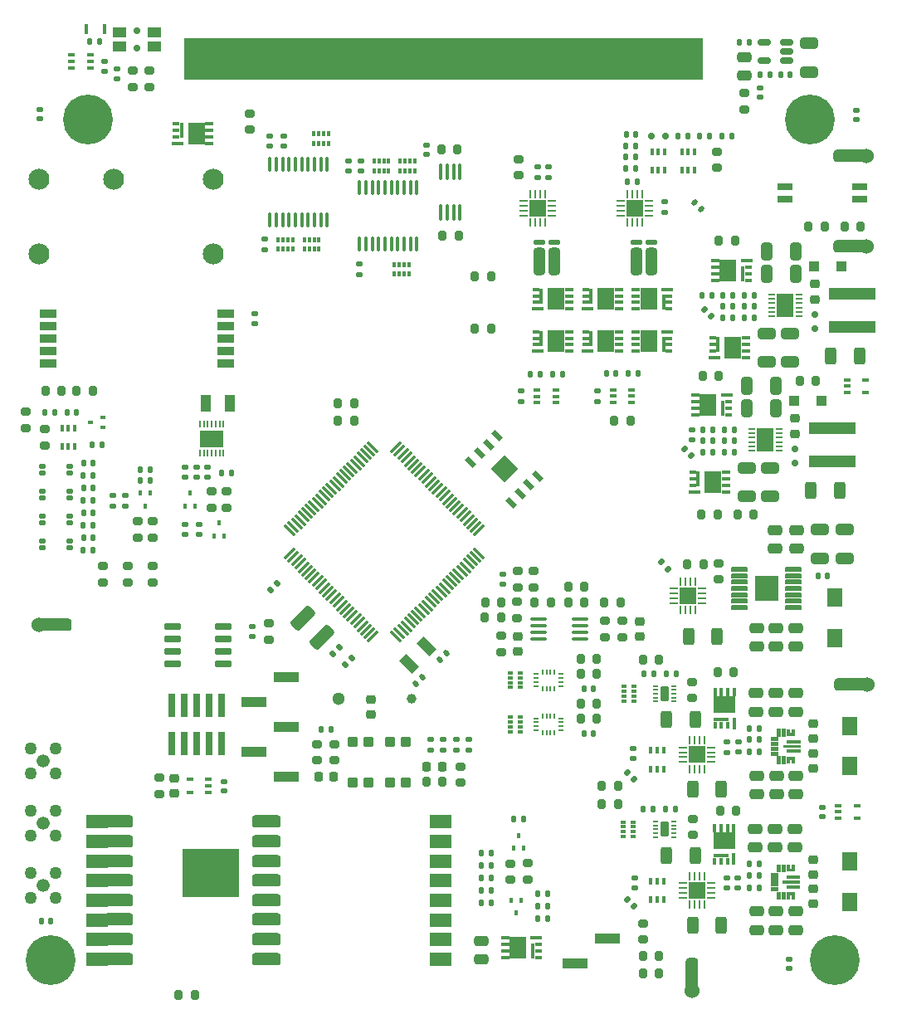
<source format=gts>
G04 #@! TF.GenerationSoftware,KiCad,Pcbnew,7.0.1*
G04 #@! TF.CreationDate,2023-06-16T15:13:16-04:00*
G04 #@! TF.ProjectId,mainboard_pcbway,6d61696e-626f-4617-9264-5f7063627761,C*
G04 #@! TF.SameCoordinates,Original*
G04 #@! TF.FileFunction,Soldermask,Top*
G04 #@! TF.FilePolarity,Negative*
%FSLAX46Y46*%
G04 Gerber Fmt 4.6, Leading zero omitted, Abs format (unit mm)*
G04 Created by KiCad (PCBNEW 7.0.1) date 2023-06-16 15:13:16*
%MOMM*%
%LPD*%
G01*
G04 APERTURE LIST*
G04 Aperture macros list*
%AMRoundRect*
0 Rectangle with rounded corners*
0 $1 Rounding radius*
0 $2 $3 $4 $5 $6 $7 $8 $9 X,Y pos of 4 corners*
0 Add a 4 corners polygon primitive as box body*
4,1,4,$2,$3,$4,$5,$6,$7,$8,$9,$2,$3,0*
0 Add four circle primitives for the rounded corners*
1,1,$1+$1,$2,$3*
1,1,$1+$1,$4,$5*
1,1,$1+$1,$6,$7*
1,1,$1+$1,$8,$9*
0 Add four rect primitives between the rounded corners*
20,1,$1+$1,$2,$3,$4,$5,0*
20,1,$1+$1,$4,$5,$6,$7,0*
20,1,$1+$1,$6,$7,$8,$9,0*
20,1,$1+$1,$8,$9,$2,$3,0*%
%AMRotRect*
0 Rectangle, with rotation*
0 The origin of the aperture is its center*
0 $1 length*
0 $2 width*
0 $3 Rotation angle, in degrees counterclockwise*
0 Add horizontal line*
21,1,$1,$2,0,0,$3*%
%AMFreePoly0*
4,1,12,0.105238,2.379067,0.194454,2.319454,0.254067,2.230238,0.275000,2.125000,0.275000,-1.400000,-0.275000,-1.400000,-0.275000,2.125000,-0.254067,2.230238,-0.194454,2.319454,-0.105238,2.379067,0.000000,2.400000,0.105238,2.379067,0.105238,2.379067,$1*%
G04 Aperture macros list end*
%ADD10C,0.100000*%
%ADD11C,0.010000*%
%ADD12RoundRect,0.225000X0.225000X0.250000X-0.225000X0.250000X-0.225000X-0.250000X0.225000X-0.250000X0*%
%ADD13R,0.750000X0.340000*%
%ADD14R,0.400000X1.640000*%
%ADD15R,1.150000X0.340000*%
%ADD16R,0.850000X0.340000*%
%ADD17R,1.760000X2.290000*%
%ADD18RoundRect,0.200000X0.275000X-0.200000X0.275000X0.200000X-0.275000X0.200000X-0.275000X-0.200000X0*%
%ADD19RoundRect,0.135000X0.135000X0.185000X-0.135000X0.185000X-0.135000X-0.185000X0.135000X-0.185000X0*%
%ADD20RotRect,0.500000X1.100000X225.000000*%
%ADD21RotRect,2.000000X2.000000X225.000000*%
%ADD22RoundRect,0.150000X-0.725000X-0.150000X0.725000X-0.150000X0.725000X0.150000X-0.725000X0.150000X0*%
%ADD23RoundRect,0.135000X0.035355X-0.226274X0.226274X-0.035355X-0.035355X0.226274X-0.226274X0.035355X0*%
%ADD24C,2.133600*%
%ADD25RoundRect,0.140000X-0.170000X0.140000X-0.170000X-0.140000X0.170000X-0.140000X0.170000X0.140000X0*%
%ADD26RoundRect,0.135000X-0.135000X-0.185000X0.135000X-0.185000X0.135000X0.185000X-0.135000X0.185000X0*%
%ADD27RoundRect,0.135000X-0.185000X0.135000X-0.185000X-0.135000X0.185000X-0.135000X0.185000X0.135000X0*%
%ADD28RoundRect,0.250000X1.025305X0.494975X0.494975X1.025305X-1.025305X-0.494975X-0.494975X-1.025305X0*%
%ADD29RoundRect,0.140000X0.021213X-0.219203X0.219203X-0.021213X-0.021213X0.219203X-0.219203X0.021213X0*%
%ADD30RotRect,1.000000X1.800000X225.000000*%
%ADD31RoundRect,0.140000X-0.021213X0.219203X-0.219203X0.021213X0.021213X-0.219203X0.219203X-0.021213X0*%
%ADD32RoundRect,0.287500X-0.287500X-1.112500X0.287500X-1.112500X0.287500X1.112500X-0.287500X1.112500X0*%
%ADD33RoundRect,0.287500X0.287500X1.112500X-0.287500X1.112500X-0.287500X-1.112500X0.287500X-1.112500X0*%
%ADD34RoundRect,0.112500X-0.462500X-0.112500X0.462500X-0.112500X0.462500X0.112500X-0.462500X0.112500X0*%
%ADD35RoundRect,0.112500X0.462500X0.112500X-0.462500X0.112500X-0.462500X-0.112500X0.462500X-0.112500X0*%
%ADD36RoundRect,0.063500X1.000000X0.650000X-1.000000X0.650000X-1.000000X-0.650000X1.000000X-0.650000X0*%
%ADD37RoundRect,0.063500X2.849999X2.400000X-2.849999X2.400000X-2.849999X-2.400000X2.849999X-2.400000X0*%
%ADD38RoundRect,0.050800X-0.450000X0.450000X-0.450000X-0.450000X0.450000X-0.450000X0.450000X0.450000X0*%
%ADD39RoundRect,0.250000X-0.475000X0.250000X-0.475000X-0.250000X0.475000X-0.250000X0.475000X0.250000X0*%
%ADD40RoundRect,0.140000X-0.219203X-0.021213X-0.021213X-0.219203X0.219203X0.021213X0.021213X0.219203X0*%
%ADD41RoundRect,0.250000X0.475000X-0.250000X0.475000X0.250000X-0.475000X0.250000X-0.475000X-0.250000X0*%
%ADD42RoundRect,0.140000X0.140000X0.170000X-0.140000X0.170000X-0.140000X-0.170000X0.140000X-0.170000X0*%
%ADD43RoundRect,0.250000X0.650000X-0.325000X0.650000X0.325000X-0.650000X0.325000X-0.650000X-0.325000X0*%
%ADD44RoundRect,0.140000X0.170000X-0.140000X0.170000X0.140000X-0.170000X0.140000X-0.170000X-0.140000X0*%
%ADD45RoundRect,0.140000X-0.140000X-0.170000X0.140000X-0.170000X0.140000X0.170000X-0.140000X0.170000X0*%
%ADD46R,0.370000X1.000000*%
%ADD47FreePoly0,0.000000*%
%ADD48C,0.700000*%
%ADD49R,1.400000X1.050000*%
%ADD50RoundRect,0.150000X0.512500X0.150000X-0.512500X0.150000X-0.512500X-0.150000X0.512500X-0.150000X0*%
%ADD51RoundRect,0.225000X-0.250000X0.225000X-0.250000X-0.225000X0.250000X-0.225000X0.250000X0.225000X0*%
%ADD52R,1.600000X1.900000*%
%ADD53RoundRect,0.075000X0.521491X-0.415425X-0.415425X0.521491X-0.521491X0.415425X0.415425X-0.521491X0*%
%ADD54RoundRect,0.075000X0.521491X0.415425X0.415425X0.521491X-0.521491X-0.415425X-0.415425X-0.521491X0*%
%ADD55RoundRect,0.225000X0.250000X-0.225000X0.250000X0.225000X-0.250000X0.225000X-0.250000X-0.225000X0*%
%ADD56RoundRect,0.200000X-0.200000X-0.275000X0.200000X-0.275000X0.200000X0.275000X-0.200000X0.275000X0*%
%ADD57RoundRect,0.250000X-0.325000X-0.650000X0.325000X-0.650000X0.325000X0.650000X-0.325000X0.650000X0*%
%ADD58R,4.700000X1.180000*%
%ADD59C,1.334000*%
%ADD60C,1.268000*%
%ADD61RoundRect,0.135000X0.185000X-0.135000X0.185000X0.135000X-0.185000X0.135000X-0.185000X-0.135000X0*%
%ADD62RoundRect,0.125000X-0.187500X-0.125000X0.187500X-0.125000X0.187500X0.125000X-0.187500X0.125000X0*%
%ADD63C,1.524000*%
%ADD64RoundRect,0.317500X-1.587500X-0.317500X1.587500X-0.317500X1.587500X0.317500X-1.587500X0.317500X0*%
%ADD65R,0.225000X0.612000*%
%ADD66R,0.225000X0.513500*%
%ADD67R,0.513000X0.225000*%
%ADD68R,2.510000X1.000000*%
%ADD69R,0.400000X0.510000*%
%ADD70RoundRect,0.200000X-0.275000X0.200000X-0.275000X-0.200000X0.275000X-0.200000X0.275000X0.200000X0*%
%ADD71RoundRect,0.150000X0.200000X-0.150000X0.200000X0.150000X-0.200000X0.150000X-0.200000X-0.150000X0*%
%ADD72R,0.250000X0.700000*%
%ADD73R,2.350000X1.780000*%
%ADD74RoundRect,0.200000X0.200000X0.275000X-0.200000X0.275000X-0.200000X-0.275000X0.200000X-0.275000X0*%
%ADD75R,0.340000X0.750000*%
%ADD76R,1.640000X0.400000*%
%ADD77R,0.340000X1.150000*%
%ADD78R,0.340000X0.850000*%
%ADD79R,2.290000X1.760000*%
%ADD80RoundRect,0.317500X1.157500X0.317500X-1.157500X0.317500X-1.157500X-0.317500X1.157500X-0.317500X0*%
%ADD81R,0.700000X0.250000*%
%ADD82R,1.660000X2.380000*%
%ADD83RoundRect,0.147500X0.226274X0.017678X0.017678X0.226274X-0.226274X-0.017678X-0.017678X-0.226274X0*%
%ADD84RoundRect,0.062500X-0.062500X0.350000X-0.062500X-0.350000X0.062500X-0.350000X0.062500X0.350000X0*%
%ADD85RoundRect,0.062500X-0.350000X0.062500X-0.350000X-0.062500X0.350000X-0.062500X0.350000X0.062500X0*%
%ADD86R,1.680000X1.680000*%
%ADD87RoundRect,0.225000X-0.225000X-0.250000X0.225000X-0.250000X0.225000X0.250000X-0.225000X0.250000X0*%
%ADD88R,1.651000X0.914400*%
%ADD89R,0.400000X0.500000*%
%ADD90R,0.300000X0.500000*%
%ADD91R,0.400000X0.650000*%
%ADD92RoundRect,0.147500X-0.147500X-0.172500X0.147500X-0.172500X0.147500X0.172500X-0.147500X0.172500X0*%
%ADD93R,0.500000X0.400000*%
%ADD94R,0.500000X0.300000*%
%ADD95R,0.650000X0.400000*%
%ADD96R,0.740000X2.400000*%
%ADD97RoundRect,0.100000X0.100000X-0.637500X0.100000X0.637500X-0.100000X0.637500X-0.100000X-0.637500X0*%
%ADD98C,5.080000*%
%ADD99RoundRect,0.317500X-0.317500X1.587500X-0.317500X-1.587500X0.317500X-1.587500X0.317500X1.587500X0*%
%ADD100RoundRect,0.250000X0.312500X0.625000X-0.312500X0.625000X-0.312500X-0.625000X0.312500X-0.625000X0*%
%ADD101RoundRect,0.250000X0.300000X0.300000X-0.300000X0.300000X-0.300000X-0.300000X0.300000X-0.300000X0*%
%ADD102R,0.510000X0.400000*%
%ADD103RoundRect,0.100000X0.712500X0.100000X-0.712500X0.100000X-0.712500X-0.100000X0.712500X-0.100000X0*%
%ADD104R,1.600000X0.760000*%
%ADD105RoundRect,0.250000X-0.312500X-0.625000X0.312500X-0.625000X0.312500X0.625000X-0.312500X0.625000X0*%
%ADD106RoundRect,0.150000X-0.150000X-0.200000X0.150000X-0.200000X0.150000X0.200000X-0.150000X0.200000X0*%
%ADD107RoundRect,0.317500X1.587500X0.317500X-1.587500X0.317500X-1.587500X-0.317500X1.587500X-0.317500X0*%
%ADD108RoundRect,0.135000X-0.035355X0.226274X-0.226274X0.035355X0.035355X-0.226274X0.226274X-0.035355X0*%
%ADD109RoundRect,0.050000X0.200000X0.050000X-0.200000X0.050000X-0.200000X-0.050000X0.200000X-0.050000X0*%
%ADD110RoundRect,0.225000X0.225000X0.525000X-0.225000X0.525000X-0.225000X-0.525000X0.225000X-0.525000X0*%
%ADD111RoundRect,0.063500X-0.800100X-0.152400X0.800100X-0.152400X0.800100X0.152400X-0.800100X0.152400X0*%
%ADD112RoundRect,0.063500X-1.155000X-1.230000X1.155000X-1.230000X1.155000X1.230000X-1.155000X1.230000X0*%
%ADD113RoundRect,0.100000X0.100000X-0.712500X0.100000X0.712500X-0.100000X0.712500X-0.100000X-0.712500X0*%
%ADD114R,1.000000X1.800000*%
%ADD115C,1.300000*%
%ADD116C,1.000000*%
G04 APERTURE END LIST*
D10*
X122283811Y-57437160D02*
X69483811Y-57437160D01*
X69483811Y-53237160D01*
X122283811Y-53237160D01*
X122283811Y-57437160D01*
G36*
X122283811Y-57437160D02*
G01*
X69483811Y-57437160D01*
X69483811Y-53237160D01*
X122283811Y-53237160D01*
X122283811Y-57437160D01*
G37*
D11*
X130034602Y-124901000D02*
X129334602Y-124901000D01*
X129334602Y-124551000D01*
X130034602Y-124551000D01*
X130034602Y-124901000D01*
G36*
X130034602Y-124901000D02*
G01*
X129334602Y-124901000D01*
X129334602Y-124551000D01*
X130034602Y-124551000D01*
X130034602Y-124901000D01*
G37*
X130034602Y-125401000D02*
X129334602Y-125401000D01*
X129334602Y-125051000D01*
X130034602Y-125051000D01*
X130034602Y-125401000D01*
G36*
X130034602Y-125401000D02*
G01*
X129334602Y-125401000D01*
X129334602Y-125051000D01*
X130034602Y-125051000D01*
X130034602Y-125401000D01*
G37*
X130034602Y-125901000D02*
X129334602Y-125901000D01*
X129334602Y-125551000D01*
X130034602Y-125551000D01*
X130034602Y-125901000D01*
G36*
X130034602Y-125901000D02*
G01*
X129334602Y-125901000D01*
X129334602Y-125551000D01*
X130034602Y-125551000D01*
X130034602Y-125901000D01*
G37*
X130034602Y-126401000D02*
X129334602Y-126401000D01*
X129334602Y-126051000D01*
X130034602Y-126051000D01*
X130034602Y-126401000D01*
G36*
X130034602Y-126401000D02*
G01*
X129334602Y-126401000D01*
X129334602Y-126051000D01*
X130034602Y-126051000D01*
X130034602Y-126401000D01*
G37*
X130284602Y-124426000D02*
X129934602Y-124426000D01*
X129934602Y-123726000D01*
X130284602Y-123726000D01*
X130284602Y-124426000D01*
G36*
X130284602Y-124426000D02*
G01*
X129934602Y-124426000D01*
X129934602Y-123726000D01*
X130284602Y-123726000D01*
X130284602Y-124426000D01*
G37*
X130284602Y-127226000D02*
X129934602Y-127226000D01*
X129934602Y-126526000D01*
X130284602Y-126526000D01*
X130284602Y-127226000D01*
G36*
X130284602Y-127226000D02*
G01*
X129934602Y-127226000D01*
X129934602Y-126526000D01*
X130284602Y-126526000D01*
X130284602Y-127226000D01*
G37*
X130784602Y-124426000D02*
X130434602Y-124426000D01*
X130434602Y-123726000D01*
X130784602Y-123726000D01*
X130784602Y-124426000D01*
G36*
X130784602Y-124426000D02*
G01*
X130434602Y-124426000D01*
X130434602Y-123726000D01*
X130784602Y-123726000D01*
X130784602Y-124426000D01*
G37*
X130784602Y-127226000D02*
X130434602Y-127226000D01*
X130434602Y-126526000D01*
X130784602Y-126526000D01*
X130784602Y-127226000D01*
G36*
X130784602Y-127226000D02*
G01*
X130434602Y-127226000D01*
X130434602Y-126526000D01*
X130784602Y-126526000D01*
X130784602Y-127226000D01*
G37*
X132284602Y-125601000D02*
X130584602Y-125601000D01*
X130584602Y-125351000D01*
X132284602Y-125351000D01*
X132284602Y-125601000D01*
G36*
X132284602Y-125601000D02*
G01*
X130584602Y-125601000D01*
X130584602Y-125351000D01*
X132284602Y-125351000D01*
X132284602Y-125601000D01*
G37*
X132284602Y-125101000D02*
X130934602Y-125101000D01*
X130934602Y-124851000D01*
X132284602Y-124851000D01*
X132284602Y-125101000D01*
G36*
X132284602Y-125101000D02*
G01*
X130934602Y-125101000D01*
X130934602Y-124851000D01*
X132284602Y-124851000D01*
X132284602Y-125101000D01*
G37*
X132284602Y-126101000D02*
X130934602Y-126101000D01*
X130934602Y-125851000D01*
X132284602Y-125851000D01*
X132284602Y-126101000D01*
G36*
X132284602Y-126101000D02*
G01*
X130934602Y-126101000D01*
X130934602Y-125851000D01*
X132284602Y-125851000D01*
X132284602Y-126101000D01*
G37*
X131734602Y-127176000D02*
X131484602Y-127176000D01*
X131484602Y-126826000D01*
X131234602Y-126826000D01*
X131234602Y-127176000D01*
X130984602Y-127176000D01*
X130984602Y-126576000D01*
X131734602Y-126576000D01*
X131734602Y-127176000D01*
G36*
X131734602Y-127176000D02*
G01*
X131484602Y-127176000D01*
X131484602Y-126826000D01*
X131234602Y-126826000D01*
X131234602Y-127176000D01*
X130984602Y-127176000D01*
X130984602Y-126576000D01*
X131734602Y-126576000D01*
X131734602Y-127176000D01*
G37*
X131234602Y-124126000D02*
X131484602Y-124126000D01*
X131484602Y-123776000D01*
X131734602Y-123776000D01*
X131734602Y-124376000D01*
X130984602Y-124376000D01*
X130984602Y-123776000D01*
X131234602Y-123776000D01*
X131234602Y-124126000D01*
G36*
X131234602Y-124126000D02*
G01*
X131484602Y-124126000D01*
X131484602Y-123776000D01*
X131734602Y-123776000D01*
X131734602Y-124376000D01*
X130984602Y-124376000D01*
X130984602Y-123776000D01*
X131234602Y-123776000D01*
X131234602Y-124126000D01*
G37*
X130010000Y-138740000D02*
X129310000Y-138740000D01*
X129310000Y-138390000D01*
X130010000Y-138390000D01*
X130010000Y-138740000D01*
G36*
X130010000Y-138740000D02*
G01*
X129310000Y-138740000D01*
X129310000Y-138390000D01*
X130010000Y-138390000D01*
X130010000Y-138740000D01*
G37*
X130010000Y-139240000D02*
X129310000Y-139240000D01*
X129310000Y-138890000D01*
X130010000Y-138890000D01*
X130010000Y-139240000D01*
G36*
X130010000Y-139240000D02*
G01*
X129310000Y-139240000D01*
X129310000Y-138890000D01*
X130010000Y-138890000D01*
X130010000Y-139240000D01*
G37*
X130010000Y-139740000D02*
X129310000Y-139740000D01*
X129310000Y-139390000D01*
X130010000Y-139390000D01*
X130010000Y-139740000D01*
G36*
X130010000Y-139740000D02*
G01*
X129310000Y-139740000D01*
X129310000Y-139390000D01*
X130010000Y-139390000D01*
X130010000Y-139740000D01*
G37*
X130010000Y-140240000D02*
X129310000Y-140240000D01*
X129310000Y-139890000D01*
X130010000Y-139890000D01*
X130010000Y-140240000D01*
G36*
X130010000Y-140240000D02*
G01*
X129310000Y-140240000D01*
X129310000Y-139890000D01*
X130010000Y-139890000D01*
X130010000Y-140240000D01*
G37*
X130260000Y-138265000D02*
X129910000Y-138265000D01*
X129910000Y-137565000D01*
X130260000Y-137565000D01*
X130260000Y-138265000D01*
G36*
X130260000Y-138265000D02*
G01*
X129910000Y-138265000D01*
X129910000Y-137565000D01*
X130260000Y-137565000D01*
X130260000Y-138265000D01*
G37*
X130260000Y-141065000D02*
X129910000Y-141065000D01*
X129910000Y-140365000D01*
X130260000Y-140365000D01*
X130260000Y-141065000D01*
G36*
X130260000Y-141065000D02*
G01*
X129910000Y-141065000D01*
X129910000Y-140365000D01*
X130260000Y-140365000D01*
X130260000Y-141065000D01*
G37*
X130760000Y-138265000D02*
X130410000Y-138265000D01*
X130410000Y-137565000D01*
X130760000Y-137565000D01*
X130760000Y-138265000D01*
G36*
X130760000Y-138265000D02*
G01*
X130410000Y-138265000D01*
X130410000Y-137565000D01*
X130760000Y-137565000D01*
X130760000Y-138265000D01*
G37*
X130760000Y-141065000D02*
X130410000Y-141065000D01*
X130410000Y-140365000D01*
X130760000Y-140365000D01*
X130760000Y-141065000D01*
G36*
X130760000Y-141065000D02*
G01*
X130410000Y-141065000D01*
X130410000Y-140365000D01*
X130760000Y-140365000D01*
X130760000Y-141065000D01*
G37*
X132260000Y-139440000D02*
X130560000Y-139440000D01*
X130560000Y-139190000D01*
X132260000Y-139190000D01*
X132260000Y-139440000D01*
G36*
X132260000Y-139440000D02*
G01*
X130560000Y-139440000D01*
X130560000Y-139190000D01*
X132260000Y-139190000D01*
X132260000Y-139440000D01*
G37*
X132260000Y-138940000D02*
X130910000Y-138940000D01*
X130910000Y-138690000D01*
X132260000Y-138690000D01*
X132260000Y-138940000D01*
G36*
X132260000Y-138940000D02*
G01*
X130910000Y-138940000D01*
X130910000Y-138690000D01*
X132260000Y-138690000D01*
X132260000Y-138940000D01*
G37*
X132260000Y-139940000D02*
X130910000Y-139940000D01*
X130910000Y-139690000D01*
X132260000Y-139690000D01*
X132260000Y-139940000D01*
G36*
X132260000Y-139940000D02*
G01*
X130910000Y-139940000D01*
X130910000Y-139690000D01*
X132260000Y-139690000D01*
X132260000Y-139940000D01*
G37*
X131710000Y-141015000D02*
X131460000Y-141015000D01*
X131460000Y-140665000D01*
X131210000Y-140665000D01*
X131210000Y-141015000D01*
X130960000Y-141015000D01*
X130960000Y-140415000D01*
X131710000Y-140415000D01*
X131710000Y-141015000D01*
G36*
X131710000Y-141015000D02*
G01*
X131460000Y-141015000D01*
X131460000Y-140665000D01*
X131210000Y-140665000D01*
X131210000Y-141015000D01*
X130960000Y-141015000D01*
X130960000Y-140415000D01*
X131710000Y-140415000D01*
X131710000Y-141015000D01*
G37*
X131210000Y-137965000D02*
X131460000Y-137965000D01*
X131460000Y-137615000D01*
X131710000Y-137615000D01*
X131710000Y-138215000D01*
X130960000Y-138215000D01*
X130960000Y-137615000D01*
X131210000Y-137615000D01*
X131210000Y-137965000D01*
G36*
X131210000Y-137965000D02*
G01*
X131460000Y-137965000D01*
X131460000Y-137615000D01*
X131710000Y-137615000D01*
X131710000Y-138215000D01*
X130960000Y-138215000D01*
X130960000Y-137615000D01*
X131210000Y-137615000D01*
X131210000Y-137965000D01*
G37*
D12*
X84722000Y-128651000D03*
X83172000Y-128651000D03*
D13*
X68633000Y-62017000D03*
D14*
X69208000Y-62667000D03*
D13*
X68633000Y-62667000D03*
X68633000Y-63317000D03*
D15*
X68833000Y-63967000D03*
D16*
X72033000Y-62017000D03*
X72033000Y-62657000D03*
D17*
X70728000Y-62992000D03*
D16*
X72033000Y-63317000D03*
X72033000Y-63967000D03*
D18*
X103505000Y-109285000D03*
X103505000Y-107635000D03*
D19*
X84431600Y-123825000D03*
X83411600Y-123825000D03*
D20*
X101424670Y-93833456D03*
X100526644Y-94731482D03*
X99628619Y-95629507D03*
X98730593Y-96527533D03*
X102831812Y-100628752D03*
X103729838Y-99730726D03*
X104627863Y-98832701D03*
X105525889Y-97934675D03*
D21*
X102128241Y-97231104D03*
D22*
X68291000Y-113284000D03*
X68291000Y-114554000D03*
X68291000Y-115824000D03*
X68291000Y-117094000D03*
X73441000Y-117094000D03*
X73441000Y-115824000D03*
X73441000Y-114554000D03*
X73441000Y-113284000D03*
D23*
X84632978Y-116096220D03*
X85354226Y-115374972D03*
D24*
X72478900Y-67691000D03*
X72478900Y-75311000D03*
X62318900Y-67691000D03*
X54698900Y-75311000D03*
X54698900Y-67691000D03*
D25*
X101981000Y-107975001D03*
X101981000Y-108935001D03*
D26*
X99820000Y-137668000D03*
X100840000Y-137668000D03*
D27*
X76454000Y-113282000D03*
X76454000Y-114302000D03*
D28*
X83539949Y-114400949D03*
X81560051Y-112421051D03*
D29*
X95566421Y-116694843D03*
X96245243Y-116016021D03*
D30*
X92455506Y-117111682D03*
X94223272Y-115343916D03*
D31*
X93806433Y-118454832D03*
X93127611Y-119133654D03*
D18*
X105156000Y-109283000D03*
X105156000Y-107633000D03*
D32*
X105684000Y-76024000D03*
D33*
X107234000Y-76024000D03*
D34*
X105684000Y-74049000D03*
D35*
X107234000Y-74049000D03*
D36*
X60632000Y-133216000D03*
X60632000Y-135216000D03*
X60632000Y-137216000D03*
X60632000Y-139216000D03*
X60632000Y-141216000D03*
X60632000Y-143216000D03*
X60632000Y-145216000D03*
X60632000Y-147216000D03*
X95632000Y-147216000D03*
X95632000Y-145216000D03*
X95632000Y-143216000D03*
X95632000Y-141216000D03*
X95632000Y-139216000D03*
X95632000Y-137216000D03*
X95632000Y-135216000D03*
X95632000Y-133216000D03*
D37*
X72199500Y-138466000D03*
D38*
X88296000Y-129185000D03*
X86696000Y-129185000D03*
X88296000Y-125085000D03*
X86696000Y-125085000D03*
D39*
X99822000Y-145354000D03*
X99822000Y-147254000D03*
D40*
X121580589Y-70018589D03*
X122259411Y-70697411D03*
D41*
X126619000Y-57084000D03*
X126619000Y-55184000D03*
D25*
X128270000Y-58321000D03*
X128270000Y-59281000D03*
D42*
X131290000Y-57023000D03*
X130330000Y-57023000D03*
D43*
X133223000Y-56720000D03*
X133223000Y-53770000D03*
D25*
X54737000Y-60508000D03*
X54737000Y-61468000D03*
X138049000Y-60635000D03*
X138049000Y-61595000D03*
D44*
X131191000Y-148181000D03*
X131191000Y-147221000D03*
D45*
X54892000Y-143383000D03*
X55852000Y-143383000D03*
D46*
X59522000Y-52324000D03*
X61382000Y-52324000D03*
D47*
X70683811Y-55837160D03*
X71483811Y-55837160D03*
X72283811Y-55837160D03*
X73083811Y-55837160D03*
X73883811Y-55837160D03*
X74683811Y-55837160D03*
X75483811Y-55837160D03*
X76283811Y-55837160D03*
X77083811Y-55837160D03*
X77883811Y-55837160D03*
X78683811Y-55837160D03*
X79483811Y-55837160D03*
X80283811Y-55837160D03*
X81083811Y-55837160D03*
X81883811Y-55837160D03*
X82683811Y-55837160D03*
X83483811Y-55837160D03*
X84283811Y-55837160D03*
X85083811Y-55837160D03*
X85883811Y-55837160D03*
X86683811Y-55837160D03*
X87483811Y-55837160D03*
X88283811Y-55837160D03*
X89083811Y-55837160D03*
X89883811Y-55837160D03*
X90683811Y-55837160D03*
X91483811Y-55837160D03*
X92283811Y-55837160D03*
X93083811Y-55837160D03*
X93883811Y-55837160D03*
X94683811Y-55837160D03*
X95483811Y-55837160D03*
X99483811Y-55837160D03*
X100283811Y-55837160D03*
X101083811Y-55837160D03*
X101883811Y-55837160D03*
X102683811Y-55837160D03*
X103483811Y-55837160D03*
X104283811Y-55837160D03*
X105083811Y-55837160D03*
X105883811Y-55837160D03*
X106683811Y-55837160D03*
X107483811Y-55837160D03*
X108283811Y-55837160D03*
X109083811Y-55837160D03*
X109883811Y-55837160D03*
X110683811Y-55837160D03*
X111483811Y-55837160D03*
X112283811Y-55837160D03*
X113083811Y-55837160D03*
X113883811Y-55837160D03*
X114683811Y-55837160D03*
X115483811Y-55837160D03*
X116283811Y-55837160D03*
X117083811Y-55837160D03*
X117883811Y-55837160D03*
X118683811Y-55837160D03*
X119483811Y-55837160D03*
X120283811Y-55837160D03*
X121083811Y-55837160D03*
D26*
X128268000Y-57023000D03*
X129288000Y-57023000D03*
X59815000Y-53594000D03*
X60835000Y-53594000D03*
D18*
X65913000Y-58229000D03*
X65913000Y-56579000D03*
D48*
X64643000Y-52474172D03*
X64643000Y-54274172D03*
D49*
X66443000Y-52649172D03*
X66443000Y-54099172D03*
X62843000Y-52649172D03*
X62843000Y-54099172D03*
D50*
X130931500Y-55560000D03*
X130931500Y-54610000D03*
X130931500Y-53660000D03*
X128656500Y-53660000D03*
X128656500Y-55560000D03*
D19*
X127129000Y-53721000D03*
X126109000Y-53721000D03*
D41*
X129818602Y-121981000D03*
X129818602Y-120081000D03*
X131850602Y-121981000D03*
X131850602Y-120081000D03*
D51*
X133664000Y-123201000D03*
X133664000Y-124751000D03*
D39*
X129914000Y-128526000D03*
X129914000Y-130426000D03*
X131914000Y-128526000D03*
X131914000Y-130426000D03*
X127914000Y-128526000D03*
X127914000Y-130426000D03*
D45*
X127179602Y-126111000D03*
X128139602Y-126111000D03*
D52*
X137414000Y-123426000D03*
X137414000Y-127526000D03*
D53*
X91091565Y-114308846D03*
X91445118Y-113955293D03*
X91798672Y-113601740D03*
X92152225Y-113248186D03*
X92505779Y-112894633D03*
X92859332Y-112541079D03*
X93212885Y-112187526D03*
X93566439Y-111833973D03*
X93919992Y-111480419D03*
X94273546Y-111126866D03*
X94627099Y-110773312D03*
X94980652Y-110419759D03*
X95334206Y-110066206D03*
X95687759Y-109712652D03*
X96041312Y-109359099D03*
X96394866Y-109005546D03*
X96748419Y-108651992D03*
X97101973Y-108298439D03*
X97455526Y-107944885D03*
X97809079Y-107591332D03*
X98162633Y-107237779D03*
X98516186Y-106884225D03*
X98869740Y-106530672D03*
X99223293Y-106177118D03*
X99576846Y-105823565D03*
D54*
X99576846Y-103472435D03*
X99223293Y-103118882D03*
X98869740Y-102765328D03*
X98516186Y-102411775D03*
X98162633Y-102058221D03*
X97809079Y-101704668D03*
X97455526Y-101351115D03*
X97101973Y-100997561D03*
X96748419Y-100644008D03*
X96394866Y-100290454D03*
X96041312Y-99936901D03*
X95687759Y-99583348D03*
X95334206Y-99229794D03*
X94980652Y-98876241D03*
X94627099Y-98522688D03*
X94273546Y-98169134D03*
X93919992Y-97815581D03*
X93566439Y-97462027D03*
X93212885Y-97108474D03*
X92859332Y-96754921D03*
X92505779Y-96401367D03*
X92152225Y-96047814D03*
X91798672Y-95694260D03*
X91445118Y-95340707D03*
X91091565Y-94987154D03*
D53*
X88740435Y-94987154D03*
X88386882Y-95340707D03*
X88033328Y-95694260D03*
X87679775Y-96047814D03*
X87326221Y-96401367D03*
X86972668Y-96754921D03*
X86619115Y-97108474D03*
X86265561Y-97462027D03*
X85912008Y-97815581D03*
X85558454Y-98169134D03*
X85204901Y-98522688D03*
X84851348Y-98876241D03*
X84497794Y-99229794D03*
X84144241Y-99583348D03*
X83790688Y-99936901D03*
X83437134Y-100290454D03*
X83083581Y-100644008D03*
X82730027Y-100997561D03*
X82376474Y-101351115D03*
X82022921Y-101704668D03*
X81669367Y-102058221D03*
X81315814Y-102411775D03*
X80962260Y-102765328D03*
X80608707Y-103118882D03*
X80255154Y-103472435D03*
D54*
X80255154Y-105823565D03*
X80608707Y-106177118D03*
X80962260Y-106530672D03*
X81315814Y-106884225D03*
X81669367Y-107237779D03*
X82022921Y-107591332D03*
X82376474Y-107944885D03*
X82730027Y-108298439D03*
X83083581Y-108651992D03*
X83437134Y-109005546D03*
X83790688Y-109359099D03*
X84144241Y-109712652D03*
X84497794Y-110066206D03*
X84851348Y-110419759D03*
X85204901Y-110773312D03*
X85558454Y-111126866D03*
X85912008Y-111480419D03*
X86265561Y-111833973D03*
X86619115Y-112187526D03*
X86972668Y-112541079D03*
X87326221Y-112894633D03*
X87679775Y-113248186D03*
X88033328Y-113601740D03*
X88386882Y-113955293D03*
X88740435Y-114308846D03*
D27*
X70739000Y-97026000D03*
X70739000Y-98046000D03*
D13*
X125031000Y-91653000D03*
D14*
X124456000Y-91003000D03*
D13*
X125031000Y-91003000D03*
X125031000Y-90353000D03*
D15*
X124831000Y-89703000D03*
D16*
X121631000Y-91653000D03*
X121631000Y-91013000D03*
D17*
X122936000Y-90678000D03*
D16*
X121631000Y-90353000D03*
X121631000Y-89703000D03*
D55*
X133639398Y-141590000D03*
X133639398Y-140040000D03*
D13*
X105347000Y-83226001D03*
D14*
X105922000Y-83876001D03*
D13*
X105347000Y-83876001D03*
X105347000Y-84526001D03*
D15*
X105547000Y-85176001D03*
D16*
X108747000Y-83226001D03*
X108747000Y-83866001D03*
D17*
X107442000Y-84201001D03*
D16*
X108747000Y-84526001D03*
X108747000Y-85176001D03*
D56*
X109919000Y-122682000D03*
X111569000Y-122682000D03*
D39*
X127889398Y-142365000D03*
X127889398Y-144265000D03*
D57*
X126922000Y-91059000D03*
X129872000Y-91059000D03*
D58*
X137668000Y-82681000D03*
X137668000Y-79371000D03*
D59*
X55118000Y-139700000D03*
D60*
X53848000Y-140970000D03*
X56388000Y-140970000D03*
X53848000Y-138430000D03*
X56388000Y-138430000D03*
D19*
X125351000Y-63246000D03*
X124331000Y-63246000D03*
D61*
X77724000Y-74805000D03*
X77724000Y-73785000D03*
D25*
X73533000Y-129075000D03*
X73533000Y-130035000D03*
D62*
X55000500Y-99472000D03*
X55000500Y-100172000D03*
X57775500Y-100172000D03*
X57775500Y-99472000D03*
D27*
X71882000Y-97026000D03*
X71882000Y-98046000D03*
D63*
X139192000Y-119253000D03*
D64*
X137744200Y-119253000D03*
D65*
X107250000Y-117956000D03*
D66*
X106850000Y-117906750D03*
X106450000Y-117906750D03*
X106050000Y-117906750D03*
D67*
X105406500Y-118150000D03*
X105406500Y-118550000D03*
X105406500Y-118950000D03*
X105406500Y-119350000D03*
D66*
X106050000Y-119593250D03*
X106450000Y-119593250D03*
X106850000Y-119593250D03*
X107250000Y-119593250D03*
D67*
X107893500Y-119350000D03*
X107893500Y-118950000D03*
X107893500Y-118550000D03*
X107893500Y-118150000D03*
D61*
X118491000Y-70995000D03*
X118491000Y-69975000D03*
D68*
X79905000Y-118491000D03*
X76595000Y-121031000D03*
X79905000Y-123571000D03*
X76595000Y-126111000D03*
X79905000Y-128651000D03*
D56*
X94171000Y-129159000D03*
X95821000Y-129159000D03*
X133160000Y-72517000D03*
X134810000Y-72517000D03*
X125921000Y-101854000D03*
X127571000Y-101854000D03*
D26*
X127125000Y-138680000D03*
X128145000Y-138680000D03*
D19*
X106555000Y-143129000D03*
X105535000Y-143129000D03*
D69*
X72524998Y-104023000D03*
X73524998Y-104023000D03*
X73024998Y-102733000D03*
D61*
X76708000Y-82360999D03*
X76708000Y-81340999D03*
D70*
X53340000Y-91377000D03*
X53340000Y-93027000D03*
D52*
X135890000Y-114445000D03*
X135890000Y-110345000D03*
D71*
X131826000Y-95185000D03*
X131826000Y-96585000D03*
D19*
X66042000Y-98425001D03*
X65022000Y-98425001D03*
D45*
X59210000Y-104267000D03*
X60170000Y-104267000D03*
D18*
X121412000Y-134552000D03*
X121412000Y-132902000D03*
D45*
X127155000Y-139950000D03*
X128115000Y-139950000D03*
D72*
X73485000Y-92650000D03*
X73085000Y-92650000D03*
X72685000Y-92650000D03*
X72285000Y-92650000D03*
X71885000Y-92650000D03*
X71485000Y-92650000D03*
X71085000Y-92650000D03*
X71085000Y-95600000D03*
X71485000Y-95600000D03*
X71885000Y-95600000D03*
X72285000Y-95600000D03*
X72685000Y-95600000D03*
X73085000Y-95600000D03*
X73485000Y-95600000D03*
D73*
X72285000Y-94125000D03*
D56*
X99124000Y-77597000D03*
X100774000Y-77597000D03*
D27*
X106680000Y-66419000D03*
X106680000Y-67439000D03*
D74*
X113728000Y-129540000D03*
X112078000Y-129540000D03*
D62*
X55000500Y-96932000D03*
X55000500Y-97632000D03*
X57775500Y-97632000D03*
X57775500Y-96932000D03*
D75*
X123636602Y-123380001D03*
D76*
X124286602Y-122805001D03*
D75*
X124286602Y-123380001D03*
X124936602Y-123380001D03*
D77*
X125586602Y-123180001D03*
D78*
X123636602Y-119980001D03*
X124276602Y-119980001D03*
D79*
X124611602Y-121285001D03*
D78*
X124936602Y-119980001D03*
X125586602Y-119980001D03*
D80*
X77883000Y-147208000D03*
X77883000Y-145208000D03*
X77883000Y-143208000D03*
X77883000Y-141208000D03*
X77883000Y-139208000D03*
X77883000Y-137208000D03*
X77883000Y-135208000D03*
X77883000Y-133208000D03*
X62833000Y-133208000D03*
X62833000Y-135208000D03*
X62833000Y-137208000D03*
X62833000Y-139208000D03*
X62833000Y-141208000D03*
X62833000Y-143208000D03*
X62833000Y-145208000D03*
X62833000Y-147208000D03*
D81*
X129410000Y-79393000D03*
X129410000Y-79843000D03*
X129410000Y-80293000D03*
X129410000Y-80743000D03*
X129410000Y-81193000D03*
X129410000Y-81643000D03*
X132210000Y-81643000D03*
X132210000Y-81193000D03*
X132210000Y-80743000D03*
X132210000Y-80293000D03*
X132210000Y-79843000D03*
X132210000Y-79393000D03*
D82*
X130810000Y-80518000D03*
D27*
X79629000Y-63244000D03*
X79629000Y-64264000D03*
D70*
X123990000Y-106820000D03*
X123990000Y-108470000D03*
D83*
X121246947Y-95846947D03*
X120561053Y-95161053D03*
D19*
X74297000Y-97663000D03*
X73277000Y-97663000D03*
X123446000Y-93218000D03*
X122426000Y-93218000D03*
D45*
X59210000Y-101727000D03*
X60170000Y-101727000D03*
D26*
X105535000Y-140589000D03*
X106555000Y-140589000D03*
D45*
X126647000Y-79502000D03*
X127607000Y-79502000D03*
D84*
X116193000Y-69149500D03*
X115693000Y-69149500D03*
X115193000Y-69149500D03*
X114693000Y-69149500D03*
D85*
X113980500Y-69862000D03*
X113980500Y-70362000D03*
X113980500Y-70862000D03*
X113980500Y-71362000D03*
D84*
X114693000Y-72074500D03*
X115193000Y-72074500D03*
X115693000Y-72074500D03*
X116193000Y-72074500D03*
D85*
X116905500Y-71362000D03*
X116905500Y-70862000D03*
X116905500Y-70362000D03*
X116905500Y-69862000D03*
D86*
X115443000Y-70612000D03*
D26*
X59180000Y-100457000D03*
X60200000Y-100457000D03*
D70*
X66294000Y-107125000D03*
X66294000Y-108775000D03*
D61*
X97246000Y-125859000D03*
X97246000Y-124839000D03*
D56*
X123889000Y-117983000D03*
X125539000Y-117983000D03*
D61*
X111633000Y-90299000D03*
X111633000Y-89279000D03*
D84*
X122567602Y-124902500D03*
X122067602Y-124902500D03*
X121567602Y-124902500D03*
X121067602Y-124902500D03*
D85*
X120355102Y-125615000D03*
X120355102Y-126115000D03*
X120355102Y-126615000D03*
X120355102Y-127115000D03*
D84*
X121067602Y-127827500D03*
X121567602Y-127827500D03*
X122067602Y-127827500D03*
X122567602Y-127827500D03*
D85*
X123280102Y-127115000D03*
X123280102Y-126615000D03*
X123280102Y-126115000D03*
X123280102Y-125615000D03*
D86*
X121817602Y-126365000D03*
D13*
X127063000Y-77937000D03*
D14*
X126488000Y-77287000D03*
D13*
X127063000Y-77287000D03*
X127063000Y-76637000D03*
D15*
X126863000Y-75987000D03*
D16*
X123663000Y-77937000D03*
X123663000Y-77297000D03*
D17*
X124968000Y-76962000D03*
D16*
X123663000Y-76637000D03*
X123663000Y-75987000D03*
D74*
X110299000Y-109220000D03*
X108649000Y-109220000D03*
X117919000Y-116713000D03*
X116269000Y-116713000D03*
D19*
X106555000Y-141859000D03*
X105535000Y-141859000D03*
D87*
X94221000Y-127635000D03*
X95771000Y-127635000D03*
D88*
X73721500Y-86421000D03*
X73721500Y-85151000D03*
X73721500Y-83881000D03*
X73721500Y-82611000D03*
X73721500Y-81341000D03*
X55560500Y-81341000D03*
X55560500Y-82611000D03*
X55560500Y-83881000D03*
X55560500Y-85151000D03*
X55560500Y-86421000D03*
D61*
X62611000Y-57406000D03*
X62611000Y-56386000D03*
D75*
X123612000Y-137219001D03*
D76*
X124262000Y-136644001D03*
D75*
X124262000Y-137219001D03*
X124912000Y-137219001D03*
D77*
X125562000Y-137019001D03*
D78*
X123612000Y-133819001D03*
X124252000Y-133819001D03*
D79*
X124587000Y-135124001D03*
D78*
X124912000Y-133819001D03*
X125562000Y-133819001D03*
D89*
X92444000Y-76335000D03*
D90*
X91944000Y-76335000D03*
X91444000Y-76335000D03*
D89*
X90944000Y-76335000D03*
X90944000Y-77335000D03*
D90*
X91444000Y-77335000D03*
X91944000Y-77335000D03*
D89*
X92444000Y-77335000D03*
D81*
X127378000Y-93109000D03*
X127378000Y-93559000D03*
X127378000Y-94009000D03*
X127378000Y-94459000D03*
X127378000Y-94909000D03*
X127378000Y-95359000D03*
X130178000Y-95359000D03*
X130178000Y-94909000D03*
X130178000Y-94459000D03*
X130178000Y-94009000D03*
X130178000Y-93559000D03*
X130178000Y-93109000D03*
D82*
X128778000Y-94234000D03*
D56*
X122238000Y-101854000D03*
X123888000Y-101854000D03*
X124016000Y-73914000D03*
X125666000Y-73914000D03*
D18*
X97663000Y-129222000D03*
X97663000Y-127572000D03*
D74*
X138493000Y-72517000D03*
X136843000Y-72517000D03*
D91*
X121554000Y-64836000D03*
X120904000Y-64836000D03*
X120254000Y-64836000D03*
X120254000Y-66736000D03*
X120904000Y-66736000D03*
X121554000Y-66736000D03*
D56*
X124143000Y-132080000D03*
X125793000Y-132080000D03*
D70*
X116332000Y-143574000D03*
X116332000Y-145224000D03*
D27*
X105537000Y-66419000D03*
X105537000Y-67439000D03*
D26*
X59180000Y-105537000D03*
X60200000Y-105537000D03*
D42*
X115542000Y-63119000D03*
X114582000Y-63119000D03*
D74*
X60134000Y-89281000D03*
X58484000Y-89281000D03*
D68*
X112657000Y-145161000D03*
X109347000Y-147701000D03*
D18*
X73786999Y-101155000D03*
X73786999Y-99505000D03*
D63*
X139065000Y-65278000D03*
D64*
X137617200Y-65278000D03*
D19*
X104142000Y-132969000D03*
X103122000Y-132969000D03*
D26*
X99820000Y-140208000D03*
X100840000Y-140208000D03*
D74*
X111569000Y-116586000D03*
X109919000Y-116586000D03*
D92*
X112545000Y-87503000D03*
X113515000Y-87503000D03*
D84*
X122543000Y-138741500D03*
X122043000Y-138741500D03*
X121543000Y-138741500D03*
X121043000Y-138741500D03*
D85*
X120330500Y-139454000D03*
X120330500Y-139954000D03*
X120330500Y-140454000D03*
X120330500Y-140954000D03*
D84*
X121043000Y-141666500D03*
X121543000Y-141666500D03*
X122043000Y-141666500D03*
X122543000Y-141666500D03*
D85*
X123255500Y-140954000D03*
X123255500Y-140454000D03*
X123255500Y-139954000D03*
X123255500Y-139454000D03*
D86*
X121793000Y-140204000D03*
D93*
X102750000Y-118000000D03*
D94*
X102750000Y-118500000D03*
X102750000Y-119000000D03*
D93*
X102750000Y-119500000D03*
X103750000Y-119500000D03*
D94*
X103750000Y-119000000D03*
X103750000Y-118500000D03*
D93*
X103750000Y-118000000D03*
D13*
X123380999Y-83861000D03*
D14*
X123955999Y-84511000D03*
D13*
X123380999Y-84511000D03*
X123380999Y-85161000D03*
D15*
X123580999Y-85811000D03*
D16*
X126780999Y-83861000D03*
X126780999Y-84501000D03*
D17*
X125475999Y-84836000D03*
D16*
X126780999Y-85161000D03*
X126780999Y-85811000D03*
D19*
X125478000Y-81788000D03*
X124458000Y-81788000D03*
D89*
X80565728Y-73795000D03*
D90*
X80065728Y-73795000D03*
X79565728Y-73795000D03*
D89*
X79065728Y-73795000D03*
X79065728Y-74795000D03*
D90*
X79565728Y-74795000D03*
X80065728Y-74795000D03*
D89*
X80565728Y-74795000D03*
D19*
X119636000Y-131949000D03*
X118616000Y-131949000D03*
D71*
X133858000Y-81469000D03*
X133858000Y-82869000D03*
D89*
X84193000Y-63000000D03*
D90*
X83693000Y-63000000D03*
X83193000Y-63000000D03*
D89*
X82693000Y-63000000D03*
X82693000Y-64000000D03*
D90*
X83193000Y-64000000D03*
X83693000Y-64000000D03*
D89*
X84193000Y-64000000D03*
D51*
X131826000Y-92062000D03*
X131826000Y-93612000D03*
D70*
X103632000Y-65596000D03*
X103632000Y-67246000D03*
D27*
X69595999Y-102868000D03*
X69595999Y-103888000D03*
D51*
X68453000Y-128780000D03*
X68453000Y-130330000D03*
D18*
X114173000Y-114363000D03*
X114173000Y-112713000D03*
D89*
X83232728Y-73795000D03*
D90*
X82732728Y-73795000D03*
X82232728Y-73795000D03*
D89*
X81732728Y-73795000D03*
X81732728Y-74795000D03*
D90*
X82232728Y-74795000D03*
X82732728Y-74795000D03*
D89*
X83232728Y-74795000D03*
D95*
X136210000Y-131557000D03*
X136210000Y-132207000D03*
X136210000Y-132857000D03*
X138110000Y-132857000D03*
X138110000Y-131557000D03*
D26*
X107059000Y-87514500D03*
X108079000Y-87514500D03*
D41*
X129890000Y-115345000D03*
X129890000Y-113445000D03*
D96*
X68210000Y-125200000D03*
X68210000Y-121300000D03*
X69480000Y-125200000D03*
X69480000Y-121300000D03*
X70750000Y-125200000D03*
X70750000Y-121300000D03*
X72020000Y-125200000D03*
X72020000Y-121300000D03*
X73290000Y-125200000D03*
X73290000Y-121300000D03*
D13*
X118957001Y-85176000D03*
D14*
X118382001Y-84526000D03*
D13*
X118957001Y-84526000D03*
X118957001Y-83876000D03*
D15*
X118757001Y-83226000D03*
D16*
X115557001Y-85176000D03*
X115557001Y-84536000D03*
D17*
X116862001Y-84201000D03*
D16*
X115557001Y-83876000D03*
X115557001Y-83226000D03*
D97*
X87372000Y-74236500D03*
X88022000Y-74236500D03*
X88672000Y-74236500D03*
X89322000Y-74236500D03*
X89972000Y-74236500D03*
X90622000Y-74236500D03*
X91272000Y-74236500D03*
X91922000Y-74236500D03*
X92572000Y-74236500D03*
X93222000Y-74236500D03*
X93222000Y-68511500D03*
X92572000Y-68511500D03*
X91922000Y-68511500D03*
X91272000Y-68511500D03*
X90622000Y-68511500D03*
X89972000Y-68511500D03*
X89322000Y-68511500D03*
X88672000Y-68511500D03*
X88022000Y-68511500D03*
X87372000Y-68511500D03*
D26*
X114552000Y-64262000D03*
X115572000Y-64262000D03*
D56*
X95695000Y-64642999D03*
X97345000Y-64642999D03*
D51*
X103505000Y-114287000D03*
X103505000Y-115837000D03*
D98*
X135890000Y-147320000D03*
D18*
X102743000Y-139128000D03*
X102743000Y-137478000D03*
D61*
X63500000Y-100967000D03*
X63500000Y-99947000D03*
D69*
X103878000Y-141214000D03*
X102878000Y-141214000D03*
X103378000Y-142504000D03*
D13*
X110426999Y-83226000D03*
D14*
X111001999Y-83876000D03*
D13*
X110426999Y-83876000D03*
X110426999Y-84526000D03*
D15*
X110626999Y-85176000D03*
D16*
X113826999Y-83226000D03*
X113826999Y-83866000D03*
D17*
X112521999Y-84201000D03*
D16*
X113826999Y-84526000D03*
X113826999Y-85176000D03*
D19*
X100840000Y-136398000D03*
X99820000Y-136398000D03*
D63*
X121285000Y-150456900D03*
D99*
X121285000Y-149009100D03*
D84*
X106287000Y-69149500D03*
X105787000Y-69149500D03*
X105287000Y-69149500D03*
X104787000Y-69149500D03*
D85*
X104074500Y-69862000D03*
X104074500Y-70362000D03*
X104074500Y-70862000D03*
X104074500Y-71362000D03*
D84*
X104787000Y-72074500D03*
X105287000Y-72074500D03*
X105787000Y-72074500D03*
X106287000Y-72074500D03*
D85*
X106999500Y-71362000D03*
X106999500Y-70862000D03*
X106999500Y-70362000D03*
X106999500Y-69862000D03*
D86*
X105537000Y-70612000D03*
D45*
X59210000Y-99187000D03*
X60170000Y-99187000D03*
D74*
X86804000Y-92329000D03*
X85154000Y-92329000D03*
D93*
X102750000Y-122508000D03*
D94*
X102750000Y-123008000D03*
X102750000Y-123508000D03*
D93*
X102750000Y-124008000D03*
X103750000Y-124008000D03*
D94*
X103750000Y-123508000D03*
X103750000Y-123008000D03*
D93*
X103750000Y-122508000D03*
D18*
X121285000Y-120586000D03*
X121285000Y-118936000D03*
D70*
X104519000Y-137437000D03*
X104519000Y-139087000D03*
D56*
X112332000Y-110871000D03*
X113982000Y-110871000D03*
D26*
X124585000Y-94361000D03*
X125605000Y-94361000D03*
D91*
X118379000Y-125923001D03*
X117729000Y-125923001D03*
X117079000Y-125923001D03*
X117079000Y-127823001D03*
X117729000Y-127823001D03*
X118379000Y-127823001D03*
X118506000Y-64836000D03*
X117856000Y-64836000D03*
X117206000Y-64836000D03*
X117206000Y-66736000D03*
X117856000Y-66736000D03*
X118506000Y-66736000D03*
D27*
X121287000Y-93218000D03*
X121287000Y-94238000D03*
D100*
X121604500Y-136648000D03*
X118679500Y-136648000D03*
D51*
X133858000Y-78346000D03*
X133858000Y-79896000D03*
D26*
X122426000Y-94361000D03*
X123446000Y-94361000D03*
D41*
X127762000Y-135820000D03*
X127762000Y-133920000D03*
D74*
X111569000Y-121158000D03*
X109919000Y-121158000D03*
D70*
X112395000Y-112713000D03*
X112395000Y-114363000D03*
D101*
X134496000Y-90297000D03*
X131696000Y-90297000D03*
D51*
X133639398Y-137040000D03*
X133639398Y-138590000D03*
D102*
X61209000Y-92956001D03*
X61209000Y-91956001D03*
X59919000Y-92456001D03*
D13*
X118957002Y-80858000D03*
D14*
X118382002Y-80208000D03*
D13*
X118957002Y-80208000D03*
X118957002Y-79558000D03*
D15*
X118757002Y-78908000D03*
D16*
X115557002Y-80858000D03*
X115557002Y-80218000D03*
D17*
X116862002Y-79883000D03*
D16*
X115557002Y-79558000D03*
X115557002Y-78908000D03*
D95*
X115123000Y-90439000D03*
X115123000Y-89789000D03*
X115123000Y-89139000D03*
X113223000Y-89139000D03*
X113223000Y-89789000D03*
X113223000Y-90439000D03*
D103*
X109862500Y-114513000D03*
X109862500Y-113863000D03*
X109862500Y-113213000D03*
X109862500Y-112563000D03*
X105637500Y-112563000D03*
X105637500Y-113213000D03*
X105637500Y-113863000D03*
X105637500Y-114513000D03*
D92*
X104798000Y-87514500D03*
X105768000Y-87514500D03*
D45*
X134160000Y-108145000D03*
X135120000Y-108145000D03*
D52*
X137389398Y-137265000D03*
X137389398Y-141365000D03*
D70*
X126619000Y-58865000D03*
X126619000Y-60515000D03*
D45*
X110264000Y-119634000D03*
X111224000Y-119634000D03*
D26*
X114806000Y-87503000D03*
X115826000Y-87503000D03*
D61*
X87376000Y-77345000D03*
X87376000Y-76325000D03*
D41*
X131953000Y-105344000D03*
X131953000Y-103444000D03*
D70*
X63754000Y-107125000D03*
X63754000Y-108775000D03*
D74*
X122465000Y-106895000D03*
X120815000Y-106895000D03*
D26*
X59180000Y-97917000D03*
X60200000Y-97917000D03*
X60054000Y-94742001D03*
X61074000Y-94742001D03*
D38*
X92046000Y-129185000D03*
X90446000Y-129185000D03*
X92046000Y-125085000D03*
X90446000Y-125085000D03*
D56*
X109919000Y-118110000D03*
X111569000Y-118110000D03*
D69*
X66032000Y-99685000D03*
X65032000Y-99685000D03*
X65532000Y-100975000D03*
D18*
X84836000Y-126936000D03*
X84836000Y-125286000D03*
D26*
X114679000Y-67945000D03*
X115699000Y-67945000D03*
D56*
X99124000Y-82931000D03*
X100774000Y-82931000D03*
D32*
X115590000Y-76024000D03*
D33*
X117140000Y-76024000D03*
D34*
X115590000Y-74049000D03*
D35*
X117140000Y-74049000D03*
D43*
X131318000Y-86311000D03*
X131318000Y-83361000D03*
D19*
X115572000Y-65405000D03*
X114552000Y-65405000D03*
D70*
X61214000Y-107125000D03*
X61214000Y-108775000D03*
D65*
X107250000Y-122464000D03*
D66*
X106850000Y-122414750D03*
X106450000Y-122414750D03*
X106050000Y-122414750D03*
D67*
X105406500Y-122658000D03*
X105406500Y-123058000D03*
X105406500Y-123458000D03*
X105406500Y-123858000D03*
D66*
X106050000Y-124101250D03*
X106450000Y-124101250D03*
X106850000Y-124101250D03*
X107250000Y-124101250D03*
D67*
X107893500Y-123858000D03*
X107893500Y-123458000D03*
X107893500Y-123058000D03*
X107893500Y-122658000D03*
D62*
X55000500Y-104552000D03*
X55000500Y-105252000D03*
X57775500Y-105252000D03*
X57775500Y-104552000D03*
D43*
X128905000Y-86311000D03*
X128905000Y-83361000D03*
D26*
X124458000Y-80645000D03*
X125478000Y-80645000D03*
D43*
X129286000Y-100027000D03*
X129286000Y-97077000D03*
D18*
X123825000Y-66484000D03*
X123825000Y-64834000D03*
D26*
X114552000Y-66548000D03*
X115572000Y-66548000D03*
D19*
X119660602Y-118110000D03*
X118640602Y-118110000D03*
D104*
X138430000Y-69723000D03*
X138430000Y-68453000D03*
X130810000Y-68453000D03*
X130810000Y-69723000D03*
D41*
X131826000Y-135820000D03*
X131826000Y-133920000D03*
D74*
X113728000Y-131445000D03*
X112078000Y-131445000D03*
D45*
X124615000Y-93218000D03*
X125575000Y-93218000D03*
D101*
X136528000Y-76581000D03*
X133728000Y-76581000D03*
D105*
X121371102Y-129921000D03*
X124296102Y-129921000D03*
D26*
X116356602Y-118110000D03*
X117376602Y-118110000D03*
D19*
X123065000Y-63246000D03*
X122045000Y-63246000D03*
D59*
X55118000Y-133350000D03*
D60*
X53848000Y-134620000D03*
X56388000Y-134620000D03*
X53848000Y-132080000D03*
X56388000Y-132080000D03*
D61*
X61341000Y-56644000D03*
X61341000Y-55624000D03*
D51*
X115951000Y-112763000D03*
X115951000Y-114313000D03*
D106*
X118556000Y-63246000D03*
X117156000Y-63246000D03*
D18*
X55230000Y-94805001D03*
X55230000Y-93155001D03*
D63*
X54648100Y-113157000D03*
D107*
X56095900Y-113157000D03*
D26*
X116332000Y-131949000D03*
X117352000Y-131949000D03*
D61*
X70992998Y-103888000D03*
X70992998Y-102868000D03*
D13*
X105346999Y-78908000D03*
D14*
X105921999Y-79558000D03*
D13*
X105346999Y-79558000D03*
X105346999Y-80208000D03*
D15*
X105546999Y-80858000D03*
D16*
X108746999Y-78908000D03*
X108746999Y-79548000D03*
D17*
X107441999Y-79883000D03*
D16*
X108746999Y-80208000D03*
X108746999Y-80858000D03*
D57*
X128954000Y-75057000D03*
X131904000Y-75057000D03*
D44*
X78232000Y-64234000D03*
X78232000Y-63274000D03*
D13*
X105611000Y-147025000D03*
D14*
X105036000Y-146375000D03*
D13*
X105611000Y-146375000D03*
X105611000Y-145725000D03*
D15*
X105411000Y-145075000D03*
D16*
X102211000Y-147025000D03*
X102211000Y-146385000D03*
D17*
X103516000Y-146050000D03*
D16*
X102211000Y-145725000D03*
X102211000Y-145075000D03*
D23*
X78252376Y-109580624D03*
X78973624Y-108859376D03*
D61*
X69596000Y-98046000D03*
X69596000Y-97026000D03*
D19*
X123319000Y-79502000D03*
X122299000Y-79502000D03*
D56*
X122365000Y-87757000D03*
X124015000Y-87757000D03*
D26*
X59180000Y-102997000D03*
X60200000Y-102997000D03*
D108*
X86593624Y-116479376D03*
X85872376Y-117200624D03*
D26*
X65022000Y-97282001D03*
X66042000Y-97282001D03*
D18*
X101854000Y-115887000D03*
X101854000Y-114237000D03*
D27*
X94615000Y-124839000D03*
X94615000Y-125859000D03*
D95*
X71943000Y-130205000D03*
X71943000Y-129555000D03*
X71943000Y-128905000D03*
X70043000Y-128905000D03*
X70043000Y-130205000D03*
D41*
X129794000Y-105345000D03*
X129794000Y-103445000D03*
D98*
X133350000Y-61595000D03*
D19*
X125478000Y-79502000D03*
X124458000Y-79502000D03*
D83*
X115404947Y-128866947D03*
X114719053Y-128181053D03*
D93*
X115308000Y-134731000D03*
D94*
X115308000Y-134231000D03*
X115308000Y-133731000D03*
D93*
X115308000Y-133231000D03*
X114308000Y-133231000D03*
D94*
X114308000Y-133731000D03*
X114308000Y-134231000D03*
D93*
X114308000Y-134731000D03*
D97*
X78228000Y-71823500D03*
X78878000Y-71823500D03*
X79528000Y-71823500D03*
X80178000Y-71823500D03*
X80828000Y-71823500D03*
X81478000Y-71823500D03*
X82128000Y-71823500D03*
X82778000Y-71823500D03*
X83428000Y-71823500D03*
X84078000Y-71823500D03*
X84078000Y-66098500D03*
X83428000Y-66098500D03*
X82778000Y-66098500D03*
X82128000Y-66098500D03*
X81478000Y-66098500D03*
X80828000Y-66098500D03*
X80178000Y-66098500D03*
X79528000Y-66098500D03*
X78878000Y-66098500D03*
X78228000Y-66098500D03*
D83*
X115404947Y-141820947D03*
X114719053Y-141135053D03*
D74*
X86804000Y-90551000D03*
X85154000Y-90551000D03*
D56*
X132271000Y-88265000D03*
X133921000Y-88265000D03*
D83*
X118833947Y-107403947D03*
X118148053Y-106718053D03*
D42*
X58504001Y-91440001D03*
X57544001Y-91440001D03*
D74*
X56959000Y-89281000D03*
X55309000Y-89281000D03*
D89*
X93011728Y-65769100D03*
D90*
X92511728Y-65769100D03*
X92011728Y-65769100D03*
D89*
X91511728Y-65769100D03*
X91511728Y-66769100D03*
D90*
X92011728Y-66769100D03*
X92511728Y-66769100D03*
D89*
X93011728Y-66769100D03*
D70*
X72263000Y-99505000D03*
X72263000Y-101155000D03*
D18*
X78105000Y-114617000D03*
X78105000Y-112967000D03*
D100*
X121629102Y-122809000D03*
X118704102Y-122809000D03*
D105*
X121346500Y-143760000D03*
X124271500Y-143760000D03*
D26*
X99820000Y-141478000D03*
X100840000Y-141478000D03*
D109*
X119465602Y-120942000D03*
X119465602Y-120542000D03*
X119465602Y-120142000D03*
X119465602Y-119742000D03*
X119465602Y-119342000D03*
X117565602Y-119342000D03*
X117565602Y-119742000D03*
X117565602Y-120142000D03*
X117565602Y-120542000D03*
X117565602Y-120942000D03*
D110*
X118515602Y-120142000D03*
D51*
X88500000Y-120725000D03*
X88500000Y-122275000D03*
D45*
X59210000Y-96647000D03*
X60170000Y-96647000D03*
D70*
X76200000Y-60960000D03*
X76200000Y-62610000D03*
D56*
X95822000Y-73406001D03*
X97472000Y-73406001D03*
D61*
X124841000Y-139952000D03*
X124841000Y-138932000D03*
D44*
X134620000Y-132687000D03*
X134620000Y-131727000D03*
D63*
X139065000Y-74549000D03*
D64*
X137617200Y-74549000D03*
D57*
X126922000Y-88773000D03*
X129872000Y-88773000D03*
D70*
X64770000Y-102553000D03*
X64770000Y-104203000D03*
D56*
X116269000Y-148717000D03*
X117919000Y-148717000D03*
D69*
X69603999Y-100975000D03*
X70603999Y-100975000D03*
X70103999Y-99685000D03*
D61*
X62230000Y-100967000D03*
X62230000Y-99947000D03*
D91*
X118379000Y-139258001D03*
X117729000Y-139258001D03*
X117079000Y-139258001D03*
X117079000Y-141158001D03*
X117729000Y-141158001D03*
X118379000Y-141158001D03*
D70*
X83058000Y-125286000D03*
X83058000Y-126936000D03*
D105*
X120927500Y-114300000D03*
X123852500Y-114300000D03*
D56*
X105220000Y-110871000D03*
X106870000Y-110871000D03*
D41*
X129794000Y-135820000D03*
X129794000Y-133920000D03*
D43*
X134366000Y-106370000D03*
X134366000Y-103420000D03*
D70*
X66929000Y-128730000D03*
X66929000Y-130380000D03*
D109*
X119441000Y-134781000D03*
X119441000Y-134381000D03*
X119441000Y-133981000D03*
X119441000Y-133581000D03*
X119441000Y-133181000D03*
X117541000Y-133181000D03*
X117541000Y-133581000D03*
X117541000Y-133981000D03*
X117541000Y-134381000D03*
X117541000Y-134781000D03*
D110*
X118491000Y-133981000D03*
D45*
X110264000Y-124206000D03*
X111224000Y-124206000D03*
D58*
X135636000Y-96397000D03*
X135636000Y-93087000D03*
D56*
X116269000Y-146939000D03*
X117919000Y-146939000D03*
D39*
X129889398Y-142365000D03*
X129889398Y-144265000D03*
D26*
X126617000Y-80645000D03*
X127637000Y-80645000D03*
D91*
X58308000Y-93030000D03*
X57658000Y-93030000D03*
X57008000Y-93030000D03*
X57008000Y-94930000D03*
X57658000Y-94930000D03*
X58308000Y-94930000D03*
D13*
X121348999Y-97577000D03*
D14*
X121923999Y-98227000D03*
D13*
X121348999Y-98227000D03*
X121348999Y-98877000D03*
D15*
X121548999Y-99527000D03*
D16*
X124748999Y-97577000D03*
X124748999Y-98217000D03*
D17*
X123443999Y-98552000D03*
D16*
X124748999Y-98877000D03*
X124748999Y-99527000D03*
D27*
X98552000Y-124839000D03*
X98552000Y-125859000D03*
D19*
X120906000Y-63246000D03*
X119886000Y-63246000D03*
D105*
X135443500Y-85725000D03*
X138368500Y-85725000D03*
D95*
X57978000Y-54976000D03*
X57978000Y-55626000D03*
X57978000Y-56276000D03*
X59878000Y-56276000D03*
X59878000Y-55626000D03*
X59878000Y-54976000D03*
D41*
X127890000Y-115345000D03*
X127890000Y-113445000D03*
D19*
X56247999Y-91440001D03*
X55227999Y-91440001D03*
D26*
X127125000Y-137537000D03*
X128145000Y-137537000D03*
D95*
X107375999Y-90450500D03*
X107375999Y-89800500D03*
X107375999Y-89150500D03*
X105475999Y-89150500D03*
X105475999Y-89800500D03*
X105475999Y-90450500D03*
D98*
X59690000Y-61595000D03*
D74*
X70548000Y-150876000D03*
X68898000Y-150876000D03*
D18*
X66294000Y-104203000D03*
X66294000Y-102553000D03*
D27*
X126008602Y-125091000D03*
X126008602Y-126111000D03*
D18*
X103438351Y-112436121D03*
X103438351Y-110786121D03*
X64262000Y-58229000D03*
X64262000Y-56579000D03*
D26*
X127149602Y-123698000D03*
X128169602Y-123698000D03*
D43*
X136906000Y-106370000D03*
X136906000Y-103420000D03*
D19*
X100840000Y-138938000D03*
X99820000Y-138938000D03*
D26*
X127149602Y-124841000D03*
X128169602Y-124841000D03*
D41*
X127786602Y-121981000D03*
X127786602Y-120081000D03*
D55*
X133664000Y-127751000D03*
X133664000Y-126201000D03*
D69*
X103131999Y-135900000D03*
X104131999Y-135900000D03*
X103631999Y-134610000D03*
D26*
X126617000Y-81788000D03*
X127637000Y-81788000D03*
D57*
X128954000Y-77343000D03*
X131904000Y-77343000D03*
D19*
X123446000Y-95504000D03*
X122426000Y-95504000D03*
D111*
X126121400Y-107444966D03*
X126121400Y-108094979D03*
X126121400Y-108744988D03*
X126121400Y-109395000D03*
X126121400Y-110045012D03*
X126121400Y-110695021D03*
X126121400Y-111345034D03*
X131658600Y-111345034D03*
X131658600Y-110695021D03*
X131658600Y-110045012D03*
X131658600Y-109395000D03*
X131658600Y-108744988D03*
X131658600Y-108094979D03*
X131658600Y-107444966D03*
D112*
X128890000Y-109395000D03*
D59*
X55118000Y-127000000D03*
D60*
X53848000Y-128270000D03*
X56388000Y-128270000D03*
X53848000Y-125730000D03*
X56388000Y-125730000D03*
D113*
X95672000Y-71073500D03*
X96322000Y-71073500D03*
X96972000Y-71073500D03*
X97622000Y-71073500D03*
X97622000Y-66848500D03*
X96972000Y-66848500D03*
X96322000Y-66848500D03*
X95672000Y-66848500D03*
D61*
X115316000Y-126748000D03*
X115316000Y-125728000D03*
D13*
X110426999Y-78908000D03*
D14*
X111001999Y-79558000D03*
D13*
X110426999Y-79558000D03*
X110426999Y-80208000D03*
D15*
X110626999Y-80858000D03*
D16*
X113826999Y-78908000D03*
X113826999Y-79548000D03*
D17*
X112521999Y-79883000D03*
D16*
X113826999Y-80208000D03*
X113826999Y-80858000D03*
D41*
X131890000Y-115345000D03*
X131890000Y-113445000D03*
D61*
X95885000Y-125859000D03*
X95885000Y-124839000D03*
D27*
X87503000Y-65784000D03*
X87503000Y-66804000D03*
D93*
X115332602Y-120892000D03*
D94*
X115332602Y-120392000D03*
X115332602Y-119892000D03*
D93*
X115332602Y-119392000D03*
X114332602Y-119392000D03*
D94*
X114332602Y-119892000D03*
X114332602Y-120392000D03*
D93*
X114332602Y-120892000D03*
D95*
X137099000Y-88123000D03*
X137099000Y-88773000D03*
X137099000Y-89423000D03*
X138999000Y-89423000D03*
X138999000Y-88123000D03*
D84*
X121640000Y-108682500D03*
X121140000Y-108682500D03*
X120640000Y-108682500D03*
X120140000Y-108682500D03*
D85*
X119427500Y-109395000D03*
X119427500Y-109895000D03*
X119427500Y-110395000D03*
X119427500Y-110895000D03*
D84*
X120140000Y-111607500D03*
X120640000Y-111607500D03*
X121140000Y-111607500D03*
X121640000Y-111607500D03*
D85*
X122352500Y-110895000D03*
X122352500Y-110395000D03*
X122352500Y-109895000D03*
X122352500Y-109395000D03*
D86*
X120890000Y-110145000D03*
D74*
X110299000Y-110871000D03*
X108649000Y-110871000D03*
D62*
X55000500Y-102012000D03*
X55000500Y-102712000D03*
X57775500Y-102712000D03*
X57775500Y-102012000D03*
D44*
X94234000Y-65123000D03*
X94234000Y-64163000D03*
D89*
X90344728Y-65769100D03*
D90*
X89844728Y-65769100D03*
X89344728Y-65769100D03*
D89*
X88844728Y-65769100D03*
X88844728Y-66769100D03*
D90*
X89344728Y-66769100D03*
X89844728Y-66769100D03*
D89*
X90344728Y-66769100D03*
D74*
X101790000Y-112395000D03*
X100140000Y-112395000D03*
D61*
X124865602Y-126113000D03*
X124865602Y-125093000D03*
D105*
X133411500Y-99441000D03*
X136336500Y-99441000D03*
D98*
X55880000Y-147320000D03*
D39*
X131889398Y-142365000D03*
X131889398Y-144265000D03*
D26*
X124585000Y-95504000D03*
X125605000Y-95504000D03*
D74*
X114998000Y-92329000D03*
X113348000Y-92329000D03*
D44*
X86233000Y-66774000D03*
X86233000Y-65814000D03*
D61*
X115443000Y-139956000D03*
X115443000Y-138936000D03*
D83*
X123278947Y-81622947D03*
X122593053Y-80937053D03*
D27*
X125984000Y-138930000D03*
X125984000Y-139950000D03*
D114*
X74148000Y-90551000D03*
X71648000Y-90551000D03*
D61*
X103886000Y-90299000D03*
X103886000Y-89279000D03*
D74*
X101838682Y-110802897D03*
X100188682Y-110802897D03*
D43*
X126873000Y-100027000D03*
X126873000Y-97077000D03*
D115*
X85226000Y-120650000D03*
D116*
X92716000Y-120650000D03*
M02*

</source>
